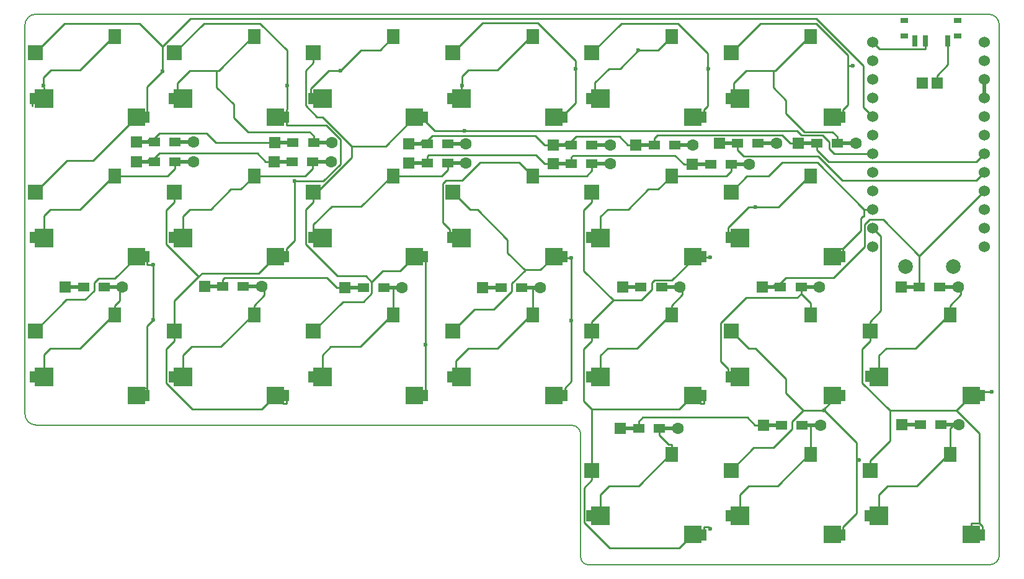
<source format=gbr>
G04 #@! TF.GenerationSoftware,KiCad,Pcbnew,(5.99.0-6672-g81c853438)*
G04 #@! TF.CreationDate,2020-11-14T00:53:03+00:00*
G04 #@! TF.ProjectId,helix,68656c69-782e-46b6-9963-61645f706362,rev?*
G04 #@! TF.SameCoordinates,Original*
G04 #@! TF.FileFunction,Copper,L1,Top*
G04 #@! TF.FilePolarity,Positive*
%FSLAX46Y46*%
G04 Gerber Fmt 4.6, Leading zero omitted, Abs format (unit mm)*
G04 Created by KiCad (PCBNEW (5.99.0-6672-g81c853438)) date 2020-11-14 00:53:03*
%MOMM*%
%LPD*%
G01*
G04 APERTURE LIST*
G04 #@! TA.AperFunction,Profile*
%ADD10C,0.150000*%
G04 #@! TD*
G04 #@! TA.AperFunction,SMDPad,CuDef*
%ADD11R,2.900000X0.500000*%
G04 #@! TD*
G04 #@! TA.AperFunction,ComponentPad*
%ADD12R,1.600000X1.600000*%
G04 #@! TD*
G04 #@! TA.AperFunction,SMDPad,CuDef*
%ADD13R,1.600000X1.200000*%
G04 #@! TD*
G04 #@! TA.AperFunction,ComponentPad*
%ADD14C,1.600000*%
G04 #@! TD*
G04 #@! TA.AperFunction,ComponentPad*
%ADD15C,2.000000*%
G04 #@! TD*
G04 #@! TA.AperFunction,SMDPad,CuDef*
%ADD16R,0.700000X1.500000*%
G04 #@! TD*
G04 #@! TA.AperFunction,SMDPad,CuDef*
%ADD17R,2.000000X2.000000*%
G04 #@! TD*
G04 #@! TA.AperFunction,SMDPad,CuDef*
%ADD18R,2.400000X2.400000*%
G04 #@! TD*
G04 #@! TA.AperFunction,SMDPad,CuDef*
%ADD19R,1.800000X2.000000*%
G04 #@! TD*
G04 #@! TA.AperFunction,SMDPad,CuDef*
%ADD20R,2.500000X2.500000*%
G04 #@! TD*
G04 #@! TA.AperFunction,SMDPad,CuDef*
%ADD21R,1.000000X0.800000*%
G04 #@! TD*
G04 #@! TA.AperFunction,ComponentPad*
%ADD22C,1.524000*%
G04 #@! TD*
G04 #@! TA.AperFunction,ComponentPad*
%ADD23R,1.524000X1.524000*%
G04 #@! TD*
G04 #@! TA.AperFunction,ViaPad*
%ADD24C,0.600000*%
G04 #@! TD*
G04 #@! TA.AperFunction,Conductor*
%ADD25C,0.250000*%
G04 #@! TD*
G04 #@! TA.AperFunction,Conductor*
%ADD26C,0.500000*%
G04 #@! TD*
G04 APERTURE END LIST*
D10*
X222500000Y-112072000D02*
X222500000Y-39700000D01*
X89500000Y-92768000D02*
G75*
G03*
X91000000Y-94268000I1500000J0D01*
G01*
X91000000Y-94268000D02*
X164096000Y-94292000D01*
X164096000Y-94292000D02*
G75*
G02*
X165366000Y-95562000I0J-1270000D01*
G01*
X222500000Y-39700000D02*
G75*
G03*
X221039340Y-38158000I-1460660J79195D01*
G01*
X165366000Y-95562000D02*
X165366000Y-112326000D01*
X89500000Y-39658000D02*
X89500000Y-92768000D01*
X91000000Y-38158000D02*
G75*
G03*
X89500000Y-39658000I0J-1500000D01*
G01*
X166382000Y-113342000D02*
G75*
G02*
X165366000Y-112326000I0J1016000D01*
G01*
X222500000Y-112072000D02*
G75*
G02*
X221230000Y-113342000I-1270000J0D01*
G01*
X221039340Y-38158000D02*
X91000000Y-38158000D01*
X166382000Y-113342000D02*
X221230000Y-113342000D01*
D11*
X106100000Y-55600000D03*
D12*
X104700000Y-55600000D03*
D13*
X107200000Y-55600000D03*
D11*
X111100000Y-55600000D03*
D13*
X110000000Y-55600000D03*
D14*
X112500000Y-55600000D03*
D11*
X125000000Y-55700000D03*
D12*
X123600000Y-55700000D03*
D13*
X126100000Y-55700000D03*
D11*
X130000000Y-55700000D03*
D13*
X128900000Y-55700000D03*
D14*
X131400000Y-55700000D03*
D11*
X143300000Y-55900000D03*
D12*
X141900000Y-55900000D03*
D13*
X144400000Y-55900000D03*
D11*
X148300000Y-55900000D03*
D13*
X147200000Y-55900000D03*
D14*
X149700000Y-55900000D03*
D11*
X163000000Y-56000000D03*
D12*
X161600000Y-56000000D03*
D13*
X164100000Y-56000000D03*
D11*
X168000000Y-56000000D03*
D13*
X166900000Y-56000000D03*
D14*
X169400000Y-56000000D03*
D11*
X174300000Y-56000000D03*
D12*
X172900000Y-56000000D03*
D13*
X175400000Y-56000000D03*
D11*
X179300000Y-56000000D03*
D13*
X178200000Y-56000000D03*
D14*
X180700000Y-56000000D03*
D11*
X196500000Y-55800000D03*
D12*
X195100000Y-55800000D03*
D13*
X197600000Y-55800000D03*
D11*
X201500000Y-55800000D03*
D13*
X200400000Y-55800000D03*
D14*
X202900000Y-55800000D03*
D11*
X106100000Y-58300000D03*
D12*
X104700000Y-58300000D03*
D13*
X107200000Y-58300000D03*
D11*
X111100000Y-58300000D03*
D13*
X110000000Y-58300000D03*
D14*
X112500000Y-58300000D03*
D11*
X124900000Y-58300000D03*
D12*
X123500000Y-58300000D03*
D13*
X126000000Y-58300000D03*
D11*
X129900000Y-58300000D03*
D13*
X128800000Y-58300000D03*
D14*
X131300000Y-58300000D03*
D11*
X143300000Y-58500000D03*
D12*
X141900000Y-58500000D03*
D13*
X144400000Y-58500000D03*
D11*
X148300000Y-58500000D03*
D13*
X147200000Y-58500000D03*
D14*
X149700000Y-58500000D03*
D11*
X163000000Y-58600000D03*
D12*
X161600000Y-58600000D03*
D13*
X164100000Y-58600000D03*
D11*
X168000000Y-58600000D03*
D13*
X166900000Y-58600000D03*
D14*
X169400000Y-58600000D03*
D11*
X182000000Y-58700000D03*
D12*
X180600000Y-58700000D03*
D13*
X183100000Y-58700000D03*
D11*
X187000000Y-58700000D03*
D13*
X185900000Y-58700000D03*
D14*
X188400000Y-58700000D03*
D11*
X185700000Y-55800000D03*
D12*
X184300000Y-55800000D03*
D13*
X186800000Y-55800000D03*
D11*
X190700000Y-55800000D03*
D13*
X189600000Y-55800000D03*
D14*
X192100000Y-55800000D03*
D11*
X96400000Y-75400000D03*
D12*
X95000000Y-75400000D03*
D13*
X97500000Y-75400000D03*
D11*
X101400000Y-75400000D03*
D13*
X100300000Y-75400000D03*
D14*
X102800000Y-75400000D03*
D11*
X115400000Y-75300000D03*
D12*
X114000000Y-75300000D03*
D13*
X116500000Y-75300000D03*
D11*
X120400000Y-75300000D03*
D13*
X119300000Y-75300000D03*
D14*
X121800000Y-75300000D03*
D11*
X134600000Y-75500000D03*
D12*
X133200000Y-75500000D03*
D13*
X135700000Y-75500000D03*
D11*
X139600000Y-75500000D03*
D13*
X138500000Y-75500000D03*
D14*
X141000000Y-75500000D03*
D11*
X153400000Y-75500000D03*
D12*
X152000000Y-75500000D03*
D13*
X154500000Y-75500000D03*
D11*
X158400000Y-75500000D03*
D13*
X157300000Y-75500000D03*
D14*
X159800000Y-75500000D03*
D11*
X172495000Y-75400000D03*
D12*
X171095000Y-75400000D03*
D13*
X173595000Y-75400000D03*
D11*
X177495000Y-75400000D03*
D13*
X176395000Y-75400000D03*
D14*
X178895000Y-75400000D03*
D11*
X191545000Y-75400000D03*
D12*
X190145000Y-75400000D03*
D13*
X192645000Y-75400000D03*
D11*
X196545000Y-75400000D03*
D13*
X195445000Y-75400000D03*
D14*
X197945000Y-75400000D03*
D11*
X172200000Y-94700000D03*
D12*
X170800000Y-94700000D03*
D13*
X173300000Y-94700000D03*
D11*
X177200000Y-94700000D03*
D13*
X176100000Y-94700000D03*
D14*
X178600000Y-94700000D03*
D11*
X191700000Y-94300000D03*
D12*
X190300000Y-94300000D03*
D13*
X192800000Y-94300000D03*
D11*
X196700000Y-94300000D03*
D13*
X195600000Y-94300000D03*
D14*
X198100000Y-94300000D03*
D11*
X210600000Y-94200000D03*
D12*
X209200000Y-94200000D03*
D13*
X211700000Y-94200000D03*
D11*
X215600000Y-94200000D03*
D13*
X214500000Y-94200000D03*
D14*
X217000000Y-94200000D03*
D15*
X216200000Y-72600000D03*
X209700000Y-72600000D03*
D16*
X106185000Y-52258000D03*
D17*
X90885000Y-43458000D03*
D18*
X104685000Y-52238000D03*
D19*
X101785000Y-41258000D03*
D20*
X92085000Y-49698001D03*
D16*
X90485000Y-49658000D03*
X125185000Y-52258000D03*
D17*
X109885000Y-43458000D03*
D18*
X123685000Y-52238000D03*
D20*
X111085000Y-49698001D03*
D19*
X120785000Y-41258000D03*
D16*
X109485000Y-49658000D03*
D18*
X142685000Y-52238000D03*
D16*
X144185000Y-52258000D03*
D17*
X128885000Y-43458000D03*
D20*
X130085000Y-49698001D03*
D19*
X139785000Y-41258000D03*
D16*
X128485000Y-49658000D03*
X163185000Y-52258000D03*
D18*
X161685000Y-52238000D03*
D17*
X147885000Y-43458000D03*
D19*
X158785000Y-41258000D03*
D16*
X147485000Y-49658000D03*
D20*
X149085000Y-49698001D03*
D18*
X180685000Y-52238000D03*
D16*
X182185000Y-52258000D03*
D17*
X166885000Y-43458000D03*
D16*
X166485000Y-49658000D03*
D19*
X177785000Y-41258000D03*
D20*
X168085000Y-49698001D03*
D18*
X199685000Y-52238000D03*
D17*
X185885000Y-43458000D03*
D16*
X201185000Y-52258000D03*
X185485000Y-49658000D03*
D19*
X196785000Y-41258000D03*
D20*
X187085000Y-49698001D03*
D17*
X90885000Y-62458000D03*
D18*
X104685000Y-71238000D03*
D16*
X106185000Y-71258000D03*
D19*
X101785000Y-60258000D03*
D20*
X92085000Y-68698001D03*
D16*
X90485000Y-68658000D03*
D18*
X123685000Y-71238000D03*
D17*
X109885000Y-62458000D03*
D16*
X125185000Y-71258000D03*
X109485000Y-68658000D03*
D19*
X120785000Y-60258000D03*
D20*
X111085000Y-68698001D03*
D16*
X144185000Y-71258000D03*
D18*
X142685000Y-71238000D03*
D17*
X128885000Y-62458000D03*
D19*
X139785000Y-60258000D03*
D16*
X128485000Y-68658000D03*
D20*
X130085000Y-68698001D03*
D18*
X161685000Y-71238000D03*
D17*
X147885000Y-62458000D03*
D16*
X163185000Y-71258000D03*
X147485000Y-68658000D03*
D20*
X149085000Y-68698001D03*
D19*
X158785000Y-60258000D03*
D17*
X166885000Y-62458000D03*
D16*
X182185000Y-71258000D03*
D18*
X180685000Y-71238000D03*
D16*
X166485000Y-68658000D03*
D20*
X168085000Y-68698001D03*
D19*
X177785000Y-60258000D03*
D16*
X201185000Y-71258000D03*
D18*
X199685000Y-71238000D03*
D17*
X185885000Y-62458000D03*
D19*
X196785000Y-60258000D03*
D16*
X185485000Y-68658000D03*
D20*
X187085000Y-68698001D03*
D16*
X106185000Y-90258000D03*
D18*
X104685000Y-90238000D03*
D17*
X90885000Y-81458000D03*
D19*
X101785000Y-79258000D03*
D20*
X92085000Y-87698001D03*
D16*
X90485000Y-87658000D03*
D18*
X123685000Y-90238000D03*
D17*
X109885000Y-81458000D03*
D16*
X125185000Y-90258000D03*
X109485000Y-87658000D03*
D20*
X111085000Y-87698001D03*
D19*
X120785000Y-79258000D03*
D16*
X144185000Y-90258000D03*
D18*
X142685000Y-90238000D03*
D17*
X128885000Y-81458000D03*
D20*
X130085000Y-87698001D03*
D19*
X139785000Y-79258000D03*
D16*
X128485000Y-87658000D03*
D17*
X147885000Y-81458000D03*
D18*
X161685000Y-90238000D03*
D16*
X163185000Y-90258000D03*
D19*
X158785000Y-79258000D03*
D20*
X149085000Y-87698001D03*
D16*
X147485000Y-87658000D03*
D18*
X180685000Y-90238000D03*
D17*
X166885000Y-81458000D03*
D16*
X182185000Y-90258000D03*
D20*
X168085000Y-87698001D03*
D19*
X177785000Y-79258000D03*
D16*
X166485000Y-87658000D03*
X201185000Y-90258000D03*
D17*
X185885000Y-81458000D03*
D18*
X199685000Y-90238000D03*
D16*
X185485000Y-87658000D03*
D19*
X196785000Y-79258000D03*
D20*
X187085000Y-87698001D03*
D17*
X166885000Y-100458000D03*
D18*
X180685000Y-109238000D03*
D16*
X182185000Y-109258000D03*
X166485000Y-106658000D03*
D20*
X168085000Y-106698001D03*
D19*
X177785000Y-98258000D03*
D17*
X185885000Y-100458000D03*
D18*
X199685000Y-109238000D03*
D16*
X201185000Y-109258000D03*
D20*
X187085000Y-106698001D03*
D16*
X185485000Y-106658000D03*
D19*
X196785000Y-98258000D03*
D17*
X204885000Y-100458000D03*
D18*
X218685000Y-109238000D03*
D16*
X220185000Y-109258000D03*
D20*
X206085000Y-106698001D03*
D16*
X204485000Y-106658000D03*
D19*
X215785000Y-98258000D03*
D11*
X210500000Y-75400000D03*
D12*
X209100000Y-75400000D03*
D13*
X211600000Y-75400000D03*
D11*
X215500000Y-75400000D03*
D13*
X214400000Y-75400000D03*
D14*
X216900000Y-75400000D03*
D18*
X218708000Y-90228000D03*
D16*
X220208000Y-90248000D03*
D17*
X204908000Y-81448000D03*
D16*
X204508000Y-87648000D03*
D19*
X215808000Y-79248000D03*
D20*
X206108000Y-87688001D03*
D16*
X215450000Y-41850000D03*
X212450000Y-41850000D03*
X210950000Y-41850000D03*
D21*
X216850000Y-41150000D03*
X209550000Y-41150000D03*
X216850000Y-39050000D03*
X209550000Y-39050000D03*
D22*
X220461000Y-41968000D03*
X220461000Y-44508000D03*
X220461000Y-47048000D03*
X220461000Y-49588000D03*
X220461000Y-52128000D03*
X220461000Y-54668000D03*
X220461000Y-57208000D03*
X220461000Y-59748000D03*
X220461000Y-62288000D03*
X220461000Y-64828000D03*
X220461000Y-67368000D03*
X220461000Y-69908000D03*
X205221000Y-69908000D03*
X205221000Y-67368000D03*
X205221000Y-64828000D03*
X205221000Y-62288000D03*
X205221000Y-59748000D03*
X205221000Y-57208000D03*
X205221000Y-54668000D03*
X205221000Y-52128000D03*
X205221000Y-49588000D03*
X205221000Y-47048000D03*
X205221000Y-44508000D03*
X205221000Y-41968000D03*
D23*
X214000000Y-47600000D03*
X212000000Y-47600000D03*
D24*
X92045100Y-47945300D03*
X189251300Y-64497100D03*
X132604400Y-45868100D03*
X149199500Y-47924700D03*
X173259400Y-43119700D03*
X108274300Y-45972600D03*
X107025300Y-72333300D03*
X107025300Y-79946900D03*
X125259000Y-47870400D03*
X126281200Y-60956600D03*
X149488900Y-54082000D03*
X144201500Y-83335200D03*
X164066500Y-71441200D03*
X164642500Y-45606900D03*
X164059800Y-79957100D03*
X183061900Y-108448300D03*
X182773200Y-45606900D03*
X183044200Y-71400700D03*
X202485000Y-45183300D03*
X198630700Y-92261300D03*
X203360000Y-99016700D03*
X221436100Y-89710300D03*
D25*
X206178300Y-42925300D02*
X212450000Y-42925300D01*
X205221000Y-41968000D02*
X206178300Y-42925300D01*
X212450000Y-41850000D02*
X212450000Y-42925300D01*
X215450000Y-45062700D02*
X215450000Y-41850000D01*
X214000000Y-46512700D02*
X215450000Y-45062700D01*
X214000000Y-47600000D02*
X214000000Y-46512700D01*
D26*
X220461000Y-49588000D02*
X220461000Y-47048000D01*
D25*
X112500000Y-55600000D02*
X111100000Y-55600000D01*
X110000000Y-55600000D02*
X111100000Y-55600000D01*
X90509700Y-50708600D02*
X90509700Y-49698000D01*
X90485000Y-50733300D02*
X90509700Y-50708600D01*
X90485000Y-49658000D02*
X90485000Y-50733300D01*
X92085000Y-49698000D02*
X90509700Y-49698000D01*
X92045100Y-46791000D02*
X92045100Y-47945300D01*
X93028500Y-45807600D02*
X92045100Y-46791000D01*
X97017000Y-45807600D02*
X93028500Y-45807600D01*
X101566600Y-41258000D02*
X97017000Y-45807600D01*
X101785000Y-41258000D02*
X101566600Y-41258000D01*
X92045100Y-48082800D02*
X92085000Y-48122700D01*
X92045100Y-47945300D02*
X92045100Y-48082800D01*
X92085000Y-49698000D02*
X92085000Y-48122700D01*
X149085000Y-68698000D02*
X147509700Y-68698000D01*
X147509700Y-68682700D02*
X147485000Y-68658000D01*
X147509700Y-68698000D02*
X147509700Y-68682700D01*
X166900000Y-58600000D02*
X166900000Y-59525300D01*
X169400000Y-58600000D02*
X168000000Y-58600000D01*
X168000000Y-58600000D02*
X166900000Y-58600000D01*
X147485000Y-68658000D02*
X147485000Y-67582700D01*
X166167300Y-60258000D02*
X166900000Y-59525300D01*
X158785000Y-60258000D02*
X166167300Y-60258000D01*
X146559500Y-66657200D02*
X147485000Y-67582700D01*
X146559500Y-61281900D02*
X146559500Y-66657200D01*
X146961500Y-60879900D02*
X146559500Y-61281900D01*
X149131700Y-60879900D02*
X146961500Y-60879900D01*
X151600000Y-58411600D02*
X149131700Y-60879900D01*
X156938600Y-58411600D02*
X151600000Y-58411600D01*
X158785000Y-60258000D02*
X156938600Y-58411600D01*
X188400000Y-58700000D02*
X187000000Y-58700000D01*
X185900000Y-58700000D02*
X187000000Y-58700000D01*
X168085000Y-68698000D02*
X166509700Y-68698000D01*
X185900000Y-58700000D02*
X185900000Y-59625300D01*
X166509700Y-68682700D02*
X166509700Y-68698000D01*
X166485000Y-68658000D02*
X166509700Y-68682700D01*
X185267300Y-60258000D02*
X177785000Y-60258000D01*
X185900000Y-59625300D02*
X185267300Y-60258000D01*
X168085000Y-65741900D02*
X168085000Y-68698000D01*
X169029200Y-64797700D02*
X168085000Y-65741900D01*
X171867100Y-64797700D02*
X169029200Y-64797700D01*
X174581400Y-62083400D02*
X171867100Y-64797700D01*
X175959600Y-62083400D02*
X174581400Y-62083400D01*
X177785000Y-60258000D02*
X175959600Y-62083400D01*
X189600000Y-55800000D02*
X190700000Y-55800000D01*
X192100000Y-55800000D02*
X190700000Y-55800000D01*
X187085000Y-68698000D02*
X185509700Y-68698000D01*
X185509700Y-68682700D02*
X185485000Y-68658000D01*
X185509700Y-68698000D02*
X185509700Y-68682700D01*
X192327500Y-64497100D02*
X189251300Y-64497100D01*
X196566600Y-60258000D02*
X192327500Y-64497100D01*
X196785000Y-60258000D02*
X196566600Y-60258000D01*
X185485000Y-67286100D02*
X185485000Y-68658000D01*
X188274000Y-64497100D02*
X185485000Y-67286100D01*
X189251300Y-64497100D02*
X188274000Y-64497100D01*
X90485000Y-87658000D02*
X90485000Y-88195600D01*
X101400000Y-75400000D02*
X100300000Y-75400000D01*
X90509700Y-88170900D02*
X90509700Y-87698000D01*
X90485000Y-88195600D02*
X90509700Y-88170900D01*
X101566600Y-79258000D02*
X101785000Y-79258000D01*
X97017000Y-83807600D02*
X101566600Y-79258000D01*
X92949300Y-83807600D02*
X97017000Y-83807600D01*
X92085000Y-84671900D02*
X92949300Y-83807600D01*
X92085000Y-87698000D02*
X92085000Y-84671900D01*
X92085000Y-87698000D02*
X90509700Y-87698000D01*
X101785000Y-79258000D02*
X101785000Y-77932700D01*
X102450000Y-77267700D02*
X101785000Y-77932700D01*
X102450000Y-75400000D02*
X102450000Y-77267700D01*
X101400000Y-75400000D02*
X102450000Y-75400000D01*
X102450000Y-75400000D02*
X102800000Y-75400000D01*
X111085000Y-87698000D02*
X109509700Y-87698000D01*
X109509700Y-87682700D02*
X109485000Y-87658000D01*
X109509700Y-87698000D02*
X109509700Y-87682700D01*
X120400000Y-75300000D02*
X119300000Y-75300000D01*
X122175300Y-76542400D02*
X122175300Y-75300000D01*
X120785000Y-77932700D02*
X122175300Y-76542400D01*
X120785000Y-79258000D02*
X120785000Y-78989500D01*
X120785000Y-78989500D02*
X120785000Y-77932700D01*
X111085000Y-84751000D02*
X111085000Y-87698000D01*
X112251700Y-83584300D02*
X111085000Y-84751000D01*
X116270100Y-83584300D02*
X112251700Y-83584300D01*
X120785000Y-79069400D02*
X116270100Y-83584300D01*
X120785000Y-78989500D02*
X120785000Y-79069400D01*
X120400000Y-75300000D02*
X121800000Y-75300000D01*
X121800000Y-75300000D02*
X122175300Y-75300000D01*
X140300000Y-75500000D02*
X141000000Y-75500000D01*
X139600000Y-75500000D02*
X138500000Y-75500000D01*
X130085000Y-87698000D02*
X128509700Y-87698000D01*
X128509700Y-87682700D02*
X128509700Y-87698000D01*
X128485000Y-87658000D02*
X128509700Y-87682700D01*
X139785000Y-79258000D02*
X139785000Y-78989500D01*
X130085000Y-84751000D02*
X130085000Y-87698000D01*
X131251700Y-83584300D02*
X130085000Y-84751000D01*
X135270100Y-83584300D02*
X131251700Y-83584300D01*
X139785000Y-79069400D02*
X135270100Y-83584300D01*
X139785000Y-78989500D02*
X139785000Y-79069400D01*
X139785000Y-75500000D02*
X139785000Y-78989500D01*
X140300000Y-75500000D02*
X139785000Y-75500000D01*
X139785000Y-75500000D02*
X139600000Y-75500000D01*
X159100000Y-75500000D02*
X159800000Y-75500000D01*
X158400000Y-75500000D02*
X157300000Y-75500000D01*
X159100000Y-75500000D02*
X158400000Y-75500000D01*
X147509700Y-87682700D02*
X147509700Y-87698000D01*
X147485000Y-87658000D02*
X147509700Y-87682700D01*
X149085000Y-87698000D02*
X148297400Y-87698000D01*
X148297400Y-87698000D02*
X147509700Y-87698000D01*
X158566600Y-79258000D02*
X158785000Y-79258000D01*
X154017000Y-83807600D02*
X158566600Y-79258000D01*
X150028500Y-83807600D02*
X154017000Y-83807600D01*
X148297400Y-85538700D02*
X150028500Y-83807600D01*
X148297400Y-87698000D02*
X148297400Y-85538700D01*
X158785000Y-75815000D02*
X159100000Y-75500000D01*
X158785000Y-79258000D02*
X158785000Y-75815000D01*
X177495000Y-75400000D02*
X176395000Y-75400000D01*
X168085000Y-87698000D02*
X166509700Y-87698000D01*
X166509700Y-87682700D02*
X166509700Y-87698000D01*
X166485000Y-87658000D02*
X166509700Y-87682700D01*
X179270300Y-76447400D02*
X179270300Y-75400000D01*
X177785000Y-77932700D02*
X179270300Y-76447400D01*
X177785000Y-79258000D02*
X177785000Y-78989500D01*
X177785000Y-78989500D02*
X177785000Y-77932700D01*
X168085000Y-84741900D02*
X168085000Y-87698000D01*
X169029200Y-83797700D02*
X168085000Y-84741900D01*
X173056700Y-83797700D02*
X169029200Y-83797700D01*
X177785000Y-79069400D02*
X173056700Y-83797700D01*
X177785000Y-78989500D02*
X177785000Y-79069400D01*
X177495000Y-75400000D02*
X178895000Y-75400000D01*
X178895000Y-75400000D02*
X179270300Y-75400000D01*
X187085000Y-87698000D02*
X185509700Y-87698000D01*
X185509700Y-87682700D02*
X185485000Y-87658000D01*
X185509700Y-87698000D02*
X185509700Y-87682700D01*
X184500700Y-85598400D02*
X185485000Y-86582700D01*
X184500700Y-80311900D02*
X184500700Y-85598400D01*
X187968600Y-76844000D02*
X184500700Y-80311900D01*
X194926300Y-76844000D02*
X187968600Y-76844000D01*
X195445000Y-76325300D02*
X194926300Y-76844000D01*
X195445000Y-75400000D02*
X195445000Y-76325300D01*
X185485000Y-87658000D02*
X185485000Y-86582700D01*
X195445000Y-75400000D02*
X196545000Y-75400000D01*
X196545000Y-75400000D02*
X197945000Y-75400000D01*
X196785000Y-77665300D02*
X195445000Y-76325300D01*
X196785000Y-79258000D02*
X196785000Y-77665300D01*
X215500000Y-75400000D02*
X214400000Y-75400000D01*
X206108000Y-87688000D02*
X204532700Y-87688000D01*
X204532700Y-87672700D02*
X204508000Y-87648000D01*
X204532700Y-87688000D02*
X204532700Y-87672700D01*
X217275300Y-76455400D02*
X217275300Y-75400000D01*
X215808000Y-77922700D02*
X217275300Y-76455400D01*
X215808000Y-79248000D02*
X215808000Y-78979500D01*
X215808000Y-78979500D02*
X215808000Y-77922700D01*
X206108000Y-84731900D02*
X206108000Y-87688000D01*
X207052200Y-83787700D02*
X206108000Y-84731900D01*
X211079700Y-83787700D02*
X207052200Y-83787700D01*
X215808000Y-79059400D02*
X211079700Y-83787700D01*
X215808000Y-78979500D02*
X215808000Y-79059400D01*
X215500000Y-75400000D02*
X216900000Y-75400000D01*
X216900000Y-75400000D02*
X217275300Y-75400000D01*
X109509700Y-49682700D02*
X109509700Y-49698000D01*
X109485000Y-49658000D02*
X109509700Y-49682700D01*
X111085000Y-49698000D02*
X110297400Y-49698000D01*
X110297400Y-49698000D02*
X109509700Y-49698000D01*
X131400000Y-55700000D02*
X130000000Y-55700000D01*
X130000000Y-55700000D02*
X128900000Y-55700000D01*
X128900000Y-55700000D02*
X128900000Y-54774700D01*
X111974400Y-45861700D02*
X115658600Y-45861700D01*
X110297400Y-47538700D02*
X111974400Y-45861700D01*
X110297400Y-49698000D02*
X110297400Y-47538700D01*
X115962900Y-45861700D02*
X115658600Y-45861700D01*
X120566600Y-41258000D02*
X115962900Y-45861700D01*
X120785000Y-41258000D02*
X120566600Y-41258000D01*
X128381300Y-54256000D02*
X128900000Y-54774700D01*
X119953900Y-54256000D02*
X128381300Y-54256000D01*
X117985100Y-52287200D02*
X119953900Y-54256000D01*
X117985100Y-50461300D02*
X117985100Y-52287200D01*
X115658600Y-48134800D02*
X117985100Y-50461300D01*
X115658600Y-45861700D02*
X115658600Y-48134800D01*
X168085000Y-106698000D02*
X166509700Y-106698000D01*
X166509700Y-106682700D02*
X166485000Y-106658000D01*
X166509700Y-106698000D02*
X166509700Y-106682700D01*
X177900000Y-94700000D02*
X178600000Y-94700000D01*
X177900000Y-94700000D02*
X177200000Y-94700000D01*
X177200000Y-94700000D02*
X176100000Y-94700000D01*
X177407400Y-96932700D02*
X176100000Y-95625300D01*
X177785000Y-96932700D02*
X177407400Y-96932700D01*
X176100000Y-94700000D02*
X176100000Y-95625300D01*
X177785000Y-98258000D02*
X177785000Y-97989500D01*
X177785000Y-97989500D02*
X177785000Y-96932700D01*
X168085000Y-103745300D02*
X168085000Y-106698000D01*
X169246000Y-102584300D02*
X168085000Y-103745300D01*
X173270100Y-102584300D02*
X169246000Y-102584300D01*
X177785000Y-98069400D02*
X173270100Y-102584300D01*
X177785000Y-97989500D02*
X177785000Y-98069400D01*
X197400000Y-94300000D02*
X198100000Y-94300000D01*
X196700000Y-94300000D02*
X195600000Y-94300000D01*
X187085000Y-106698000D02*
X185509700Y-106698000D01*
X185509700Y-106682700D02*
X185509700Y-106698000D01*
X185485000Y-106658000D02*
X185509700Y-106682700D01*
X197400000Y-94300000D02*
X196785000Y-94300000D01*
X196785000Y-94300000D02*
X196700000Y-94300000D01*
X196785000Y-98258000D02*
X196785000Y-97989500D01*
X196785000Y-97989500D02*
X196785000Y-94300000D01*
X187085000Y-103751000D02*
X187085000Y-106698000D01*
X188251700Y-102584300D02*
X187085000Y-103751000D01*
X192270100Y-102584300D02*
X188251700Y-102584300D01*
X196785000Y-98069400D02*
X192270100Y-102584300D01*
X196785000Y-97989500D02*
X196785000Y-98069400D01*
X216300000Y-94200000D02*
X217000000Y-94200000D01*
X216300000Y-94200000D02*
X215600000Y-94200000D01*
X215600000Y-94200000D02*
X214500000Y-94200000D01*
X206085000Y-106698000D02*
X204509700Y-106698000D01*
X204509700Y-106682700D02*
X204509700Y-106698000D01*
X204485000Y-106658000D02*
X204509700Y-106682700D01*
X215785000Y-98258000D02*
X215785000Y-97989500D01*
X215785000Y-94715000D02*
X216300000Y-94200000D01*
X215785000Y-97989500D02*
X215785000Y-94715000D01*
X206085000Y-103751000D02*
X206085000Y-106698000D01*
X207251700Y-102584300D02*
X206085000Y-103751000D01*
X211270100Y-102584300D02*
X207251700Y-102584300D01*
X215785000Y-98069400D02*
X211270100Y-102584300D01*
X215785000Y-97989500D02*
X215785000Y-98069400D01*
X149700000Y-55900000D02*
X148300000Y-55900000D01*
X147200000Y-55900000D02*
X148300000Y-55900000D01*
X135389100Y-43083400D02*
X132604400Y-45868100D01*
X137959600Y-43083400D02*
X135389100Y-43083400D01*
X139785000Y-41258000D02*
X137959600Y-43083400D01*
X130085000Y-49698000D02*
X128509700Y-49698000D01*
X128485000Y-48324900D02*
X128485000Y-49658000D01*
X130941800Y-45868100D02*
X128485000Y-48324900D01*
X132604400Y-45868100D02*
X130941800Y-45868100D01*
X128509700Y-49682700D02*
X128509700Y-49698000D01*
X128485000Y-49658000D02*
X128509700Y-49682700D01*
X149085000Y-49698000D02*
X147509700Y-49698000D01*
X147509700Y-49682700D02*
X147485000Y-49658000D01*
X147509700Y-49698000D02*
X147509700Y-49682700D01*
X169400000Y-56000000D02*
X168000000Y-56000000D01*
X166900000Y-56000000D02*
X168000000Y-56000000D01*
X149085000Y-49698000D02*
X149085000Y-48122700D01*
X149199500Y-48008200D02*
X149199500Y-47924700D01*
X149085000Y-48122700D02*
X149199500Y-48008200D01*
X158566600Y-41258000D02*
X158785000Y-41258000D01*
X154017000Y-45807600D02*
X158566600Y-41258000D01*
X150028500Y-45807600D02*
X154017000Y-45807600D01*
X149199500Y-46636600D02*
X150028500Y-45807600D01*
X149199500Y-47924700D02*
X149199500Y-46636600D01*
X180700000Y-56000000D02*
X179300000Y-56000000D01*
X178200000Y-56000000D02*
X179300000Y-56000000D01*
X166509700Y-49682700D02*
X166509700Y-49698000D01*
X166485000Y-49658000D02*
X166509700Y-49682700D01*
X168085000Y-49698000D02*
X167297400Y-49698000D01*
X167297400Y-49698000D02*
X166509700Y-49698000D01*
X170755500Y-45623600D02*
X173259400Y-43119700D01*
X169197600Y-45623600D02*
X170755500Y-45623600D01*
X167297400Y-47523800D02*
X169197600Y-45623600D01*
X167297400Y-49698000D02*
X167297400Y-47523800D01*
X175923300Y-43119700D02*
X177785000Y-41258000D01*
X173259400Y-43119700D02*
X175923300Y-43119700D01*
X185509700Y-49682700D02*
X185485000Y-49658000D01*
X185509700Y-49698000D02*
X185509700Y-49682700D01*
X202900000Y-55800000D02*
X201500000Y-55800000D01*
X187085000Y-49698000D02*
X186297400Y-49698000D01*
X186297400Y-49698000D02*
X185509700Y-49698000D01*
X200400000Y-55800000D02*
X201500000Y-55800000D01*
X187974400Y-45861700D02*
X191658400Y-45861700D01*
X186297400Y-47538700D02*
X187974400Y-45861700D01*
X186297400Y-49698000D02*
X186297400Y-47538700D01*
X196566600Y-41258000D02*
X196785000Y-41258000D01*
X191962900Y-45861700D02*
X196566600Y-41258000D01*
X191658400Y-45861700D02*
X191962900Y-45861700D01*
X200400000Y-55800000D02*
X200400000Y-54874700D01*
X191658400Y-48160800D02*
X191658400Y-45861700D01*
X193395000Y-49897400D02*
X191658400Y-48160800D01*
X193395000Y-51696400D02*
X193395000Y-49897400D01*
X195921500Y-54222900D02*
X193395000Y-51696400D01*
X199748200Y-54222900D02*
X195921500Y-54222900D01*
X200400000Y-54874700D02*
X199748200Y-54222900D01*
X90485000Y-68658000D02*
X90485000Y-69195600D01*
X90509700Y-69170900D02*
X90509700Y-68698000D01*
X90485000Y-69195600D02*
X90509700Y-69170900D01*
X92085000Y-68698000D02*
X90509700Y-68698000D01*
X112500000Y-58300000D02*
X111100000Y-58300000D01*
X111100000Y-58300000D02*
X110000000Y-58300000D01*
X101566600Y-60258000D02*
X101785000Y-60258000D01*
X97017000Y-64807600D02*
X101566600Y-60258000D01*
X92949300Y-64807600D02*
X97017000Y-64807600D01*
X92085000Y-65671900D02*
X92949300Y-64807600D01*
X92085000Y-68698000D02*
X92085000Y-65671900D01*
X108967300Y-60258000D02*
X110000000Y-59225300D01*
X101785000Y-60258000D02*
X108967300Y-60258000D01*
X110000000Y-58300000D02*
X110000000Y-59225300D01*
X109509700Y-68682700D02*
X109485000Y-68658000D01*
X109509700Y-68698000D02*
X109509700Y-68682700D01*
X111085000Y-68698000D02*
X109509700Y-68698000D01*
X131300000Y-58300000D02*
X129900000Y-58300000D01*
X129900000Y-58300000D02*
X128800000Y-58300000D01*
X128800000Y-58300000D02*
X128800000Y-59225300D01*
X127767300Y-60258000D02*
X120785000Y-60258000D01*
X128800000Y-59225300D02*
X127767300Y-60258000D01*
X111085000Y-65747300D02*
X111085000Y-68698000D01*
X112034600Y-64797700D02*
X111085000Y-65747300D01*
X114867100Y-64797700D02*
X112034600Y-64797700D01*
X117581400Y-62083400D02*
X114867100Y-64797700D01*
X118959600Y-62083400D02*
X117581400Y-62083400D01*
X120785000Y-60258000D02*
X118959600Y-62083400D01*
X146367300Y-60258000D02*
X147200000Y-59425300D01*
X139785000Y-60258000D02*
X146367300Y-60258000D01*
X147200000Y-58500000D02*
X147200000Y-59425300D01*
X130085000Y-68698000D02*
X129297400Y-68698000D01*
X139566500Y-60258000D02*
X139785000Y-60258000D01*
X135385500Y-64439000D02*
X139566500Y-60258000D01*
X131357100Y-64439000D02*
X135385500Y-64439000D01*
X128887800Y-66908300D02*
X131357100Y-64439000D01*
X128887800Y-68288400D02*
X128887800Y-66908300D01*
X129297400Y-68698000D02*
X128887800Y-68288400D01*
X128854600Y-68288400D02*
X128485000Y-68658000D01*
X128887800Y-68288400D02*
X128854600Y-68288400D01*
X149700000Y-58500000D02*
X148300000Y-58500000D01*
X148300000Y-58500000D02*
X147200000Y-58500000D01*
X98797600Y-58125400D02*
X104685000Y-52238000D01*
X95217600Y-58125400D02*
X98797600Y-58125400D01*
X90885000Y-62458000D02*
X95217600Y-58125400D01*
X104685000Y-52238000D02*
X106185000Y-52238000D01*
X106185000Y-52238000D02*
X106185000Y-52258000D01*
X106185000Y-48061900D02*
X106185000Y-52238000D01*
X108274300Y-45972600D02*
X106185000Y-48061900D01*
X105608300Y-89182700D02*
X106185000Y-89182700D01*
X104685000Y-90106000D02*
X105608300Y-89182700D01*
X104685000Y-90238000D02*
X104685000Y-90106000D01*
X106185000Y-90258000D02*
X106185000Y-89182700D01*
X106185000Y-80787200D02*
X107025300Y-79946900D01*
X106185000Y-89182700D02*
X106185000Y-80787200D01*
X107025300Y-72333300D02*
X106185000Y-72333300D01*
X107025300Y-79946900D02*
X107025300Y-72333300D01*
X106185000Y-71258000D02*
X106185000Y-71337200D01*
X106185000Y-71337200D02*
X106185000Y-72333300D01*
X104685000Y-71337200D02*
X106185000Y-71337200D01*
X101799100Y-74223100D02*
X104685000Y-71337200D01*
X99555800Y-74223100D02*
X101799100Y-74223100D01*
X98926000Y-74852900D02*
X99555800Y-74223100D01*
X98926000Y-75903000D02*
X98926000Y-74852900D01*
X97671000Y-77158000D02*
X98926000Y-75903000D01*
X95185000Y-77158000D02*
X97671000Y-77158000D01*
X90885000Y-81458000D02*
X95185000Y-77158000D01*
X104685000Y-71337200D02*
X104685000Y-71238000D01*
X94919000Y-39424000D02*
X90885000Y-43458000D01*
X105130900Y-39424000D02*
X94919000Y-39424000D01*
X108274300Y-42567400D02*
X105130900Y-39424000D01*
X112091400Y-38750300D02*
X108274300Y-42567400D01*
X197507400Y-38750300D02*
X112091400Y-38750300D01*
X203946700Y-45189600D02*
X197507400Y-38750300D01*
X203946700Y-50853700D02*
X203946700Y-45189600D01*
X205221000Y-52128000D02*
X203946700Y-50853700D01*
X108274300Y-42567400D02*
X108274300Y-45972600D01*
X109885000Y-81458000D02*
X109885000Y-82783300D01*
X121810700Y-92112300D02*
X123685000Y-90238000D01*
X112369000Y-92112300D02*
X121810700Y-92112300D01*
X108799600Y-88542900D02*
X112369000Y-92112300D01*
X108799600Y-83868700D02*
X108799600Y-88542900D01*
X109885000Y-82783300D02*
X108799600Y-83868700D01*
X125185000Y-90258000D02*
X125185000Y-91333300D01*
X124780300Y-91333300D02*
X125185000Y-91333300D01*
X123685000Y-90238000D02*
X124780300Y-91333300D01*
X125185000Y-52258000D02*
X125185000Y-53333300D01*
X130236200Y-60956600D02*
X126281200Y-60956600D01*
X132547300Y-58645500D02*
X130236200Y-60956600D01*
X132547300Y-55246100D02*
X132547300Y-58645500D01*
X130634500Y-53333300D02*
X132547300Y-55246100D01*
X125185000Y-53333300D02*
X130634500Y-53333300D01*
X126281200Y-69086500D02*
X125185000Y-70182700D01*
X126281200Y-60956600D02*
X126281200Y-69086500D01*
X125185000Y-71258000D02*
X125185000Y-71125700D01*
X125185000Y-71125700D02*
X125185000Y-70182700D01*
X125259000Y-43083300D02*
X125259000Y-47870400D01*
X121598500Y-39422800D02*
X125259000Y-43083300D01*
X113920200Y-39422800D02*
X121598500Y-39422800D01*
X109885000Y-43458000D02*
X113920200Y-39422800D01*
X125259000Y-51108700D02*
X125185000Y-51182700D01*
X125259000Y-47870400D02*
X125259000Y-51108700D01*
X125185000Y-52258000D02*
X125185000Y-51720300D01*
X125185000Y-51720300D02*
X125185000Y-51182700D01*
X124202700Y-51720300D02*
X123685000Y-52238000D01*
X125185000Y-51720300D02*
X124202700Y-51720300D01*
X125072700Y-71238000D02*
X125185000Y-71125700D01*
X123685000Y-71238000D02*
X125072700Y-71238000D01*
X109885000Y-62458000D02*
X109885000Y-63783300D01*
X108779500Y-64888800D02*
X109885000Y-63783300D01*
X108779500Y-69586100D02*
X108779500Y-64888800D01*
X113202900Y-74009500D02*
X108779500Y-69586100D01*
X113673500Y-73538900D02*
X113202900Y-74009500D01*
X121384100Y-73538900D02*
X113673500Y-73538900D01*
X123685000Y-71238000D02*
X121384100Y-73538900D01*
X109885000Y-77327400D02*
X109885000Y-81458000D01*
X113202900Y-74009500D02*
X109885000Y-77327400D01*
X144185000Y-90258000D02*
X144185000Y-89989100D01*
X144185000Y-89989100D02*
X144185000Y-89720300D01*
X142933900Y-89989100D02*
X142685000Y-90238000D01*
X144185000Y-89989100D02*
X142933900Y-89989100D01*
X128885000Y-43458000D02*
X128885000Y-44783300D01*
X128885000Y-62458000D02*
X128885000Y-63783300D01*
X142847700Y-71400700D02*
X144185000Y-71400700D01*
X142685000Y-71238000D02*
X142847700Y-71400700D01*
X136837400Y-76268900D02*
X136837400Y-74748200D01*
X135673700Y-77432600D02*
X136837400Y-76268900D01*
X132910400Y-77432600D02*
X135673700Y-77432600D01*
X128885000Y-81458000D02*
X132910400Y-77432600D01*
X127794600Y-64873700D02*
X128885000Y-63783300D01*
X127794600Y-69590900D02*
X127794600Y-64873700D01*
X132142900Y-73939200D02*
X127794600Y-69590900D01*
X136028400Y-73939200D02*
X132142900Y-73939200D01*
X136837400Y-74748200D02*
X136028400Y-73939200D01*
X140672600Y-73250400D02*
X142685000Y-71238000D01*
X138335200Y-73250400D02*
X140672600Y-73250400D01*
X136837400Y-74748200D02*
X138335200Y-73250400D01*
X144185000Y-52258000D02*
X144185000Y-52795600D01*
X143242600Y-52795600D02*
X142685000Y-52238000D01*
X144185000Y-52795600D02*
X143242600Y-52795600D01*
X134143500Y-57702100D02*
X134143500Y-56175800D01*
X129387600Y-62458000D02*
X134143500Y-57702100D01*
X128885000Y-62458000D02*
X129387600Y-62458000D01*
X127794300Y-45874000D02*
X128885000Y-44783300D01*
X127794300Y-50600900D02*
X127794300Y-45874000D01*
X129376300Y-52182900D02*
X127794300Y-50600900D01*
X130150600Y-52182900D02*
X129376300Y-52182900D01*
X134143500Y-56175800D02*
X130150600Y-52182900D01*
X138747200Y-56175800D02*
X142685000Y-52238000D01*
X134143500Y-56175800D02*
X138747200Y-56175800D01*
X144185000Y-71258000D02*
X144185000Y-71400700D01*
X199945000Y-57208000D02*
X205221000Y-57208000D01*
X199274600Y-56537600D02*
X199945000Y-57208000D01*
X199274600Y-55602100D02*
X199274600Y-56537600D01*
X198347100Y-54674600D02*
X199274600Y-55602100D01*
X195466800Y-54674600D02*
X198347100Y-54674600D01*
X194874200Y-54082000D02*
X195466800Y-54674600D01*
X149488900Y-54082000D02*
X194874200Y-54082000D01*
X145471400Y-54082000D02*
X149488900Y-54082000D01*
X144185000Y-52795600D02*
X145471400Y-54082000D01*
X144185000Y-89720300D02*
X144185000Y-83335200D01*
X144185000Y-83335200D02*
X144185000Y-71400700D01*
X144185000Y-83335200D02*
X144201500Y-83335200D01*
X163185000Y-52258000D02*
X163185000Y-51989100D01*
X163185000Y-51989100D02*
X163185000Y-51720300D01*
X161933900Y-51989100D02*
X161685000Y-52238000D01*
X163185000Y-51989100D02*
X161933900Y-51989100D01*
X163185000Y-71258000D02*
X163185000Y-71349600D01*
X163185000Y-71349600D02*
X163185000Y-71441200D01*
X164642500Y-50262800D02*
X164642500Y-45606900D01*
X163185000Y-51720300D02*
X164642500Y-50262800D01*
X164642500Y-44532200D02*
X164642500Y-45606900D01*
X159503400Y-39393100D02*
X164642500Y-44532200D01*
X151949900Y-39393100D02*
X159503400Y-39393100D01*
X147885000Y-43458000D02*
X151949900Y-39393100D01*
X163185000Y-71441200D02*
X164066500Y-71441200D01*
X164059800Y-71447900D02*
X164059800Y-79957100D01*
X164066500Y-71441200D02*
X164059800Y-71447900D01*
X164059800Y-88307900D02*
X163185000Y-89182700D01*
X164059800Y-79957100D02*
X164059800Y-88307900D01*
X163185000Y-90258000D02*
X163185000Y-89720300D01*
X163185000Y-89720300D02*
X163185000Y-89182700D01*
X162202700Y-89720300D02*
X161685000Y-90238000D01*
X163185000Y-89720300D02*
X162202700Y-89720300D01*
X161796600Y-71349600D02*
X161685000Y-71238000D01*
X163185000Y-71349600D02*
X161796600Y-71349600D01*
X150268000Y-64841000D02*
X147885000Y-62458000D01*
X151254800Y-64841000D02*
X150268000Y-64841000D01*
X155395000Y-68981200D02*
X151254800Y-64841000D01*
X155395000Y-70743200D02*
X155395000Y-68981200D01*
X157769500Y-73117600D02*
X155395000Y-70743200D01*
X157823700Y-73063400D02*
X157769500Y-73117600D01*
X159859600Y-73063400D02*
X157823700Y-73063400D01*
X161685000Y-71238000D02*
X159859600Y-73063400D01*
X150893000Y-78450000D02*
X147885000Y-81458000D01*
X153507700Y-78450000D02*
X150893000Y-78450000D01*
X155974600Y-75983100D02*
X153507700Y-78450000D01*
X155974600Y-74912500D02*
X155974600Y-75983100D01*
X157769500Y-73117600D02*
X155974600Y-74912500D01*
X182185000Y-109258000D02*
X182185000Y-109018000D01*
X180905000Y-109018000D02*
X180685000Y-109238000D01*
X182185000Y-109018000D02*
X180905000Y-109018000D01*
X182796300Y-108182700D02*
X182185000Y-108182700D01*
X183061900Y-108448300D02*
X182796300Y-108182700D01*
X182185000Y-109018000D02*
X182185000Y-108182700D01*
X182691300Y-43506300D02*
X182691300Y-45606900D01*
X178609000Y-39424000D02*
X182691300Y-43506300D01*
X170919000Y-39424000D02*
X178609000Y-39424000D01*
X166885000Y-43458000D02*
X170919000Y-39424000D01*
X182691300Y-45606900D02*
X182773200Y-45606900D01*
X182691300Y-50676400D02*
X182185000Y-51182700D01*
X182691300Y-45606900D02*
X182691300Y-50676400D01*
X182185000Y-52258000D02*
X182185000Y-51720300D01*
X182185000Y-51720300D02*
X182185000Y-51182700D01*
X181202700Y-51720300D02*
X180685000Y-52238000D01*
X182185000Y-51720300D02*
X181202700Y-51720300D01*
X182185000Y-90258000D02*
X182185000Y-91333300D01*
X181780300Y-91333300D02*
X182185000Y-91333300D01*
X180685000Y-90238000D02*
X181780300Y-91333300D01*
X165804600Y-90999200D02*
X166885000Y-92079600D01*
X165804600Y-83863700D02*
X165804600Y-90999200D01*
X166885000Y-82783300D02*
X165804600Y-83863700D01*
X178843400Y-92079600D02*
X180685000Y-90238000D01*
X166885000Y-92079600D02*
X178843400Y-92079600D01*
X166885000Y-81458000D02*
X166885000Y-82783300D01*
X166885000Y-92079600D02*
X166885000Y-100458000D01*
X178847100Y-111075900D02*
X180685000Y-109238000D01*
X169304300Y-111075900D02*
X178847100Y-111075900D01*
X165809600Y-107581200D02*
X169304300Y-111075900D01*
X165809600Y-102858700D02*
X165809600Y-107581200D01*
X166885000Y-101783300D02*
X165809600Y-102858700D01*
X166885000Y-100458000D02*
X166885000Y-101783300D01*
X182373000Y-71400700D02*
X182210300Y-71238000D01*
X183044200Y-71400700D02*
X182373000Y-71400700D01*
X181447700Y-71238000D02*
X182165000Y-71238000D01*
X182165000Y-71238000D02*
X182210300Y-71238000D01*
X182165000Y-71238000D02*
X182185000Y-71258000D01*
X180685000Y-71238000D02*
X181066400Y-71238000D01*
X181066400Y-71238000D02*
X181447700Y-71238000D01*
X166885000Y-62458000D02*
X166885000Y-63783300D01*
X166885000Y-81458000D02*
X166885000Y-80132700D01*
X166885000Y-80132700D02*
X169801200Y-77216500D01*
X173652300Y-77216500D02*
X169801200Y-77216500D01*
X175069600Y-75799200D02*
X173652300Y-77216500D01*
X175069600Y-74865300D02*
X175069600Y-75799200D01*
X175460200Y-74474700D02*
X175069600Y-74865300D01*
X177829700Y-74474700D02*
X175460200Y-74474700D01*
X181066400Y-71238000D02*
X177829700Y-74474700D01*
X165778400Y-64889900D02*
X166885000Y-63783300D01*
X165778400Y-73193700D02*
X165778400Y-64889900D01*
X169801200Y-77216500D02*
X165778400Y-73193700D01*
X200608300Y-70182700D02*
X201185000Y-70182700D01*
X199685000Y-71106000D02*
X200608300Y-70182700D01*
X199685000Y-71238000D02*
X199685000Y-71106000D01*
X201185000Y-71258000D02*
X201185000Y-70182700D01*
X204059800Y-64828000D02*
X205221000Y-64828000D01*
X199685000Y-90238000D02*
X199685000Y-91000600D01*
X200442400Y-91000600D02*
X201185000Y-90258000D01*
X199685000Y-91000600D02*
X200442400Y-91000600D01*
X201835000Y-43720700D02*
X201835000Y-45183300D01*
X197538700Y-39424400D02*
X201835000Y-43720700D01*
X189918600Y-39424400D02*
X197538700Y-39424400D01*
X185885000Y-43458000D02*
X189918600Y-39424400D01*
X201835000Y-45183300D02*
X202485000Y-45183300D01*
X201835000Y-50532700D02*
X201185000Y-51182700D01*
X201835000Y-45183300D02*
X201835000Y-50532700D01*
X201185000Y-52258000D02*
X201185000Y-51720300D01*
X201185000Y-51720300D02*
X201185000Y-51182700D01*
X200202700Y-51720300D02*
X199685000Y-52238000D01*
X201185000Y-51720300D02*
X200202700Y-51720300D01*
X203648000Y-67719700D02*
X201185000Y-70182700D01*
X203609500Y-67681200D02*
X203648000Y-67719700D01*
X203609500Y-66040500D02*
X203609500Y-67681200D01*
X203873200Y-65776800D02*
X203609500Y-66040500D01*
X204043200Y-65776800D02*
X203873200Y-65776800D01*
X204059800Y-65760200D02*
X204043200Y-65776800D01*
X204059800Y-64828000D02*
X204059800Y-65760200D01*
X197664400Y-58432600D02*
X204059800Y-64828000D01*
X192866100Y-58432600D02*
X197664400Y-58432600D01*
X190989900Y-60308800D02*
X192866100Y-58432600D01*
X188034200Y-60308800D02*
X190989900Y-60308800D01*
X185885000Y-62458000D02*
X188034200Y-60308800D01*
X198630700Y-92054900D02*
X199685000Y-91000600D01*
X198630700Y-92261300D02*
X198630700Y-92054900D01*
X188268000Y-83841000D02*
X185885000Y-81458000D01*
X189254800Y-83841000D02*
X188268000Y-83841000D01*
X193395000Y-87981200D02*
X189254800Y-83841000D01*
X193395000Y-89892300D02*
X193395000Y-87981200D01*
X195764000Y-92261300D02*
X193395000Y-89892300D01*
X188985000Y-97358000D02*
X185885000Y-100458000D01*
X191690000Y-97358000D02*
X188985000Y-97358000D01*
X194236100Y-94811900D02*
X191690000Y-97358000D01*
X194236100Y-93789200D02*
X194236100Y-94811900D01*
X195764000Y-92261300D02*
X194236100Y-93789200D01*
X195764000Y-92261300D02*
X198630700Y-92261300D01*
X203024700Y-96655300D02*
X203024700Y-99016700D01*
X198630700Y-92261300D02*
X203024700Y-96655300D01*
X203024700Y-99016700D02*
X203360000Y-99016700D01*
X203024700Y-106343000D02*
X201185000Y-108182700D01*
X203024700Y-99016700D02*
X203024700Y-106343000D01*
X201185000Y-109258000D02*
X201185000Y-108720300D01*
X201185000Y-108720300D02*
X201185000Y-108182700D01*
X200202700Y-108720300D02*
X199685000Y-109238000D01*
X201185000Y-108720300D02*
X200202700Y-108720300D01*
X220208000Y-89710300D02*
X221436100Y-89710300D01*
X220208000Y-90248000D02*
X220208000Y-89979100D01*
X220208000Y-89979100D02*
X220208000Y-89710300D01*
X218685000Y-109238000D02*
X218685000Y-107712700D01*
X218956900Y-89979100D02*
X218708000Y-90228000D01*
X220208000Y-89979100D02*
X218956900Y-89979100D01*
X220185000Y-108086000D02*
X219811700Y-107712700D01*
X220185000Y-109258000D02*
X220185000Y-108086000D01*
X219811700Y-107712700D02*
X218685000Y-107712700D01*
X218708000Y-90228000D02*
X216674100Y-92261900D01*
X219811700Y-95399500D02*
X219811700Y-107712700D01*
X216674100Y-92261900D02*
X219811700Y-95399500D01*
X204908000Y-81448000D02*
X204908000Y-82773300D01*
X204885000Y-100458000D02*
X204885000Y-99132700D01*
X207559300Y-96458400D02*
X204885000Y-99132700D01*
X207559300Y-92261900D02*
X207559300Y-96458400D01*
X203811200Y-88513800D02*
X207559300Y-92261900D01*
X203811200Y-83870100D02*
X203811200Y-88513800D01*
X204908000Y-82773300D02*
X203811200Y-83870100D01*
X207559300Y-92261900D02*
X216674100Y-92261900D01*
X206350600Y-78680100D02*
X204908000Y-80122700D01*
X206350600Y-68497600D02*
X206350600Y-78680100D01*
X205221000Y-67368000D02*
X206350600Y-68497600D01*
X204908000Y-81448000D02*
X204908000Y-80122700D01*
X197600000Y-55800000D02*
X196500000Y-55800000D01*
X175400000Y-56000000D02*
X174300000Y-56000000D01*
X164100000Y-56000000D02*
X164100000Y-55537300D01*
X126100000Y-55700000D02*
X125000000Y-55700000D01*
X107200000Y-55600000D02*
X107200000Y-55137300D01*
X104700000Y-55600000D02*
X105825300Y-55600000D01*
X106562700Y-55137300D02*
X106100000Y-55600000D01*
X107200000Y-55137300D02*
X106562700Y-55137300D01*
X106100000Y-55600000D02*
X105825300Y-55600000D01*
X144400000Y-55900000D02*
X144400000Y-55437300D01*
X145115300Y-54722000D02*
X144400000Y-55437300D01*
X159196700Y-54722000D02*
X145115300Y-54722000D01*
X160474700Y-56000000D02*
X159196700Y-54722000D01*
X161600000Y-56000000D02*
X160474700Y-56000000D01*
X161600000Y-56000000D02*
X162725300Y-56000000D01*
X163462700Y-55537300D02*
X163000000Y-56000000D01*
X164100000Y-55537300D02*
X163462700Y-55537300D01*
X163000000Y-56000000D02*
X162725300Y-56000000D01*
X174300000Y-56000000D02*
X172900000Y-56000000D01*
X164774000Y-54863300D02*
X164100000Y-55537300D01*
X170638000Y-54863300D02*
X164774000Y-54863300D01*
X171774700Y-56000000D02*
X170638000Y-54863300D01*
X172900000Y-56000000D02*
X171774700Y-56000000D01*
X141900000Y-55900000D02*
X143025300Y-55900000D01*
X143762700Y-55437300D02*
X143300000Y-55900000D01*
X144400000Y-55437300D02*
X143762700Y-55437300D01*
X143300000Y-55900000D02*
X143025300Y-55900000D01*
X115541700Y-55700000D02*
X123600000Y-55700000D01*
X114292000Y-54450300D02*
X115541700Y-55700000D01*
X107887000Y-54450300D02*
X114292000Y-54450300D01*
X107200000Y-55137300D02*
X107887000Y-54450300D01*
X123600000Y-55700000D02*
X125000000Y-55700000D01*
X196500000Y-55800000D02*
X195100000Y-55800000D01*
X175803100Y-54671600D02*
X175400000Y-55074700D01*
X192846300Y-54671600D02*
X175803100Y-54671600D01*
X193974700Y-55800000D02*
X192846300Y-54671600D01*
X195100000Y-55800000D02*
X193974700Y-55800000D01*
X175400000Y-56000000D02*
X175400000Y-55074700D01*
X199174900Y-58300200D02*
X197600000Y-56725300D01*
X219368800Y-58300200D02*
X199174900Y-58300200D01*
X220461000Y-57208000D02*
X219368800Y-58300200D01*
X197600000Y-55800000D02*
X197600000Y-56725300D01*
X186800000Y-55800000D02*
X185700000Y-55800000D01*
X184300000Y-55800000D02*
X185700000Y-55800000D01*
X144400000Y-58500000D02*
X143300000Y-58500000D01*
X141900000Y-58500000D02*
X143300000Y-58500000D01*
X107200000Y-58300000D02*
X107200000Y-57837300D01*
X104700000Y-58300000D02*
X105825300Y-58300000D01*
X106562700Y-57837300D02*
X106100000Y-58300000D01*
X107200000Y-57837300D02*
X106562700Y-57837300D01*
X106100000Y-58300000D02*
X105825300Y-58300000D01*
X107865500Y-57171800D02*
X107200000Y-57837300D01*
X121246500Y-57171800D02*
X107865500Y-57171800D01*
X122374700Y-58300000D02*
X121246500Y-57171800D01*
X123500000Y-58300000D02*
X122374700Y-58300000D01*
X123500000Y-58300000D02*
X124625300Y-58300000D01*
X124625300Y-58300000D02*
X124900000Y-58300000D01*
X124900000Y-58300000D02*
X126000000Y-58300000D01*
X183100000Y-58700000D02*
X182000000Y-58700000D01*
X163000000Y-58600000D02*
X164100000Y-58600000D01*
X144400000Y-58500000D02*
X144400000Y-57574700D01*
X161600000Y-58600000D02*
X163000000Y-58600000D01*
X144612200Y-57362500D02*
X144400000Y-57574700D01*
X159237200Y-57362500D02*
X144612200Y-57362500D01*
X160474700Y-58600000D02*
X159237200Y-57362500D01*
X161600000Y-58600000D02*
X160474700Y-58600000D01*
X164100000Y-58600000D02*
X164100000Y-57674700D01*
X180600000Y-58700000D02*
X182000000Y-58700000D01*
X164312200Y-57462500D02*
X164100000Y-57674700D01*
X178237200Y-57462500D02*
X164312200Y-57462500D01*
X179474700Y-58700000D02*
X178237200Y-57462500D01*
X180600000Y-58700000D02*
X179474700Y-58700000D01*
X187649300Y-57574600D02*
X186800000Y-56725300D01*
X197812400Y-57574600D02*
X187649300Y-57574600D01*
X201094000Y-60856200D02*
X197812400Y-57574600D01*
X219352800Y-60856200D02*
X201094000Y-60856200D01*
X220461000Y-59748000D02*
X219352800Y-60856200D01*
X186800000Y-55800000D02*
X186800000Y-56725300D01*
X192645000Y-75400000D02*
X192645000Y-74937300D01*
X173595000Y-75400000D02*
X172495000Y-75400000D01*
X154500000Y-75500000D02*
X153400000Y-75500000D01*
X135700000Y-75500000D02*
X134600000Y-75500000D01*
X116500000Y-75300000D02*
X115400000Y-75300000D01*
X97500000Y-75400000D02*
X96400000Y-75400000D01*
X95000000Y-75400000D02*
X96400000Y-75400000D01*
X172495000Y-75400000D02*
X171095000Y-75400000D01*
X210500000Y-75400000D02*
X209100000Y-75400000D01*
X190145000Y-75400000D02*
X191270300Y-75400000D01*
X192007700Y-74937300D02*
X191545000Y-75400000D01*
X192645000Y-74937300D02*
X192007700Y-74937300D01*
X191545000Y-75400000D02*
X191270300Y-75400000D01*
X115400000Y-75300000D02*
X114000000Y-75300000D01*
X210500000Y-75400000D02*
X211600000Y-75400000D01*
X134600000Y-75500000D02*
X133200000Y-75500000D01*
X116714200Y-74160500D02*
X116500000Y-74374700D01*
X130735200Y-74160500D02*
X116714200Y-74160500D01*
X132074700Y-75500000D02*
X130735200Y-74160500D01*
X133200000Y-75500000D02*
X132074700Y-75500000D01*
X116500000Y-75300000D02*
X116500000Y-74374700D01*
X153400000Y-75500000D02*
X152000000Y-75500000D01*
X193400100Y-74182200D02*
X192645000Y-74937300D01*
X199874300Y-74182200D02*
X193400100Y-74182200D01*
X204133600Y-69922900D02*
X199874300Y-74182200D01*
X204133600Y-66902700D02*
X204133600Y-69922900D01*
X204809200Y-66227100D02*
X204133600Y-66902700D01*
X206678100Y-66227100D02*
X204809200Y-66227100D01*
X211600000Y-71149000D02*
X206678100Y-66227100D01*
X211600000Y-75400000D02*
X211600000Y-71149000D01*
X211600000Y-71149000D02*
X220461000Y-62288000D01*
X211700000Y-94200000D02*
X210600000Y-94200000D01*
X192800000Y-94300000D02*
X191700000Y-94300000D01*
X173300000Y-94700000D02*
X172200000Y-94700000D01*
X170800000Y-94700000D02*
X172200000Y-94700000D01*
X210600000Y-94200000D02*
X209200000Y-94200000D01*
X191700000Y-94300000D02*
X190300000Y-94300000D01*
X173850000Y-93224700D02*
X173300000Y-93774700D01*
X188099400Y-93224700D02*
X173850000Y-93224700D01*
X189174700Y-94300000D02*
X188099400Y-93224700D01*
X190300000Y-94300000D02*
X189174700Y-94300000D01*
X173300000Y-94700000D02*
X173300000Y-93774700D01*
M02*

</source>
